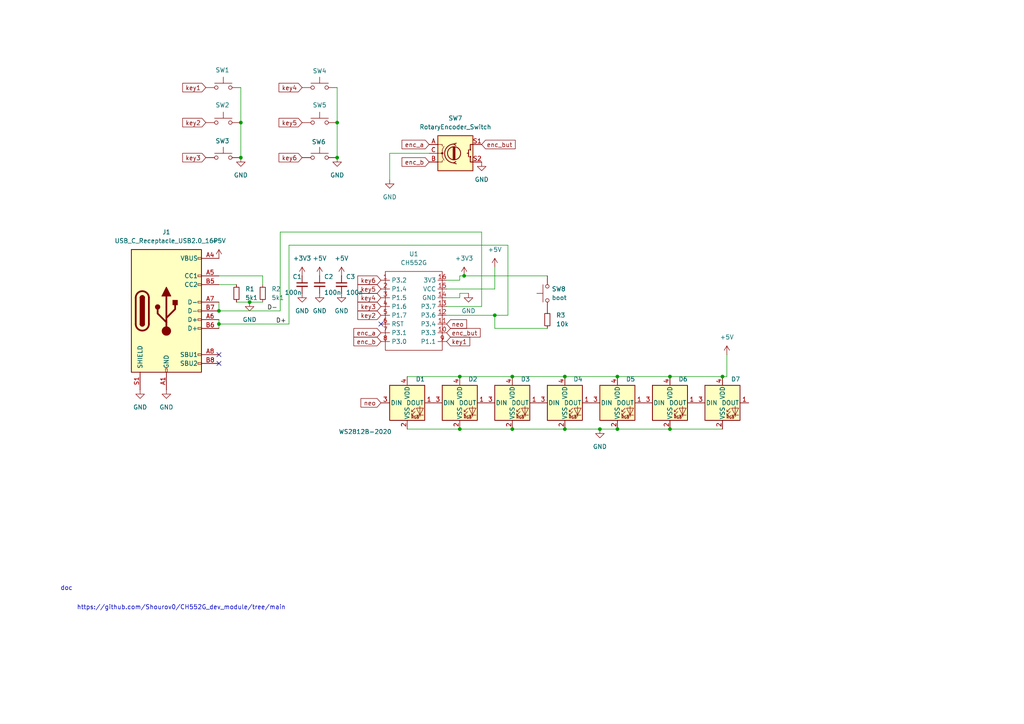
<source format=kicad_sch>
(kicad_sch (version 20231120) (generator "eeschema") (generator_version "8.0")
  (paper "A4")
  (title_block (title "Push-n-Turn 61 USB MIDI controller") (date "2025-02-14") (rev "1") (company "Concept & Code"))
  (lib_symbols
    (symbol "Connector:USB_C_Receptacle_USB2.0_16P" (pin_names (offset 1.016))
      (property "Reference" "J" (at 0 22.225 0))
      (property "Value" "USB_C_Receptacle_USB2.0_16P" (at 0 19.685 0))
      (symbol "USB_C_Receptacle_USB2.0_16P_0_0"
        (rectangle (start -0.254 -17.78) (end 0.254 -16.764))
        (rectangle (start 10.16 -14.986) (end 9.144 -15.494))
        (rectangle (start 10.16 -12.446) (end 9.144 -12.954))
        (rectangle (start 10.16 -4.826) (end 9.144 -5.334))
        (rectangle (start 10.16 -2.286) (end 9.144 -2.794))
        (rectangle (start 10.16 0.254) (end 9.144 -0.254))
        (rectangle (start 10.16 2.794) (end 9.144 2.286))
        (rectangle (start 10.16 7.874) (end 9.144 7.366))
        (rectangle (start 10.16 10.414) (end 9.144 9.906))
        (rectangle (start 10.16 15.494) (end 9.144 14.986))
      )
      (symbol "USB_C_Receptacle_USB2.0_16P_0_1"
        (rectangle (start -10.16 17.78) (end 10.16 -17.78) (stroke (width 0.254)) (fill (type background)))
        (arc (start -8.89 -3.81) (mid -6.985 -5.7067) (end -5.08 -3.81) (stroke (width 0.508)))
        (arc (start -7.62 -3.81) (mid -6.985 -4.4423) (end -6.35 -3.81) (stroke (width 0.254)))
        (arc (start -7.62 -3.81) (mid -6.985 -4.4423) (end -6.35 -3.81) (stroke (width 0.254)) (fill (type outline)))
        (rectangle (start -7.62 -3.81) (end -6.35 3.81) (stroke (width 0.254)) (fill (type outline)))
        (arc (start -6.35 3.81) (mid -6.985 4.4423) (end -7.62 3.81) (stroke (width 0.254)))
        (arc (start -6.35 3.81) (mid -6.985 4.4423) (end -7.62 3.81) (stroke (width 0.254)) (fill (type outline)))
        (arc (start -5.08 3.81) (mid -6.985 5.7067) (end -8.89 3.81) (stroke (width 0.508)))
        (circle (center -2.54 1.143) (radius 0.635) (stroke (width 0.254)) (fill (type outline)))
        (circle (center 0 -5.842) (radius 1.27) (fill (type outline)))
        (polyline (pts (xy -8.89 -3.81) (xy -8.89 3.81)) (stroke (width 0.508)))
        (polyline (pts (xy -5.08 3.81) (xy -5.08 -3.81)) (stroke (width 0.508)))
        (polyline (pts (xy 0 -5.842) (xy 0 4.318)) (stroke (width 0.508)))
        (polyline (pts (xy 0 -3.302) (xy -2.54 -0.762) (xy -2.54 0.508)) (stroke (width 0.508)))
        (polyline (pts (xy 0 -2.032) (xy 2.54 0.508) (xy 2.54 1.778)) (stroke (width 0.508)))
        (polyline (pts (xy -1.27 4.318) (xy 0 6.858) (xy 1.27 4.318) (xy -1.27 4.318)) (stroke (width 0.254)) (fill (type outline)))
        (rectangle (start 1.905 1.778) (end 3.175 3.048) (stroke (width 0.254)) (fill (type outline)))
      )
      (symbol "USB_C_Receptacle_USB2.0_16P_1_1"
        (pin passive line (at 0 -22.86 90) (length 5.08) (name "GND") (number "A1"))
        (pin passive line (at 0 -22.86 90) (length 5.08) hide (name "GND") (number "A12"))
        (pin passive line (at 15.24 15.24 180) (length 5.08) (name "VBUS") (number "A4"))
        (pin bidirectional line (at 15.24 10.16 180) (length 5.08) (name "CC1") (number "A5"))
        (pin bidirectional line (at 15.24 -2.54 180) (length 5.08) (name "D+") (number "A6"))
        (pin bidirectional line (at 15.24 2.54 180) (length 5.08) (name "D-") (number "A7"))
        (pin bidirectional line (at 15.24 -12.7 180) (length 5.08) (name "SBU1") (number "A8"))
        (pin passive line (at 15.24 15.24 180) (length 5.08) hide (name "VBUS") (number "A9"))
        (pin passive line (at 0 -22.86 90) (length 5.08) hide (name "GND") (number "B1"))
        (pin passive line (at 0 -22.86 90) (length 5.08) hide (name "GND") (number "B12"))
        (pin passive line (at 15.24 15.24 180) (length 5.08) hide (name "VBUS") (number "B4"))
        (pin bidirectional line (at 15.24 7.62 180) (length 5.08) (name "CC2") (number "B5"))
        (pin bidirectional line (at 15.24 -5.08 180) (length 5.08) (name "D+") (number "B6"))
        (pin bidirectional line (at 15.24 0 180) (length 5.08) (name "D-") (number "B7"))
        (pin bidirectional line (at 15.24 -15.24 180) (length 5.08) (name "SBU2") (number "B8"))
        (pin passive line (at 15.24 15.24 180) (length 5.08) hide (name "VBUS") (number "B9"))
        (pin passive line (at -7.62 -22.86 90) (length 5.08) (name "SHIELD") (number "S1"))
      )
    )
    (symbol "Device:C_Small" (pin_numbers hide) (pin_names (offset 0.254) hide)
      (property "Reference" "C" (at 0.254 1.778 0))
      (property "Value" "C_Small" (at 0.254 -2.032 0))
      (symbol "C_Small_0_1"
        (polyline (pts (xy -1.524 -0.508) (xy 1.524 -0.508)) (stroke (width 0.3302)))
        (polyline (pts (xy -1.524 0.508) (xy 1.524 0.508)) (stroke (width 0.3048)))
      )
      (symbol "C_Small_1_1"
        (pin passive line (at 0 2.54 270) (length 2.032) (name "~") (number "1"))
        (pin passive line (at 0 -2.54 90) (length 2.032) (name "~") (number "2"))
      )
    )
    (symbol "Device:R_Small" (pin_numbers hide) (pin_names (offset 0.254) hide)
      (property "Reference" "R" (at 0.762 0.508 0))
      (property "Value" "R_Small" (at 0.762 -1.016 0))
      (symbol "R_Small_0_1"
        (rectangle (start -0.762 1.778) (end 0.762 -1.778) (stroke (width 0.2032)))
      )
      (symbol "R_Small_1_1"
        (pin passive line (at 0 2.54 270) (length 0.762) (name "~") (number "1"))
        (pin passive line (at 0 -2.54 90) (length 0.762) (name "~") (number "2"))
      )
    )
    (symbol "Device:RotaryEncoder_Switch" (pin_names (offset 0.254) hide)
      (property "Reference" "SW" (at 0 6.604 0))
      (property "Value" "RotaryEncoder_Switch" (at 0 -6.604 0))
      (symbol "RotaryEncoder_Switch_0_1"
        (rectangle (start -5.08 5.08) (end 5.08 -5.08) (stroke (width 0.254)) (fill (type background)))
        (circle (center -3.81 0) (radius 0.254) (fill (type outline)))
        (circle (center -0.381 0) (radius 1.905) (stroke (width 0.254)))
        (arc (start -0.381 2.667) (mid -3.0988 -0.0635) (end -0.381 -2.794) (stroke (width 0.254)))
        (polyline (pts (xy -0.635 -1.778) (xy -0.635 1.778)) (stroke (width 0.254)))
        (polyline (pts (xy -0.381 -1.778) (xy -0.381 1.778)) (stroke (width 0.254)))
        (polyline (pts (xy -0.127 1.778) (xy -0.127 -1.778)) (stroke (width 0.254)))
        (polyline (pts (xy 3.81 0) (xy 3.429 0)) (stroke (width 0.254)))
        (polyline (pts (xy 3.81 1.016) (xy 3.81 -1.016)) (stroke (width 0.254)))
        (polyline (pts (xy -5.08 -2.54) (xy -3.81 -2.54) (xy -3.81 -2.032)))
        (polyline (pts (xy -5.08 2.54) (xy -3.81 2.54) (xy -3.81 2.032)))
        (polyline (pts (xy 0.254 -3.048) (xy -0.508 -2.794) (xy 0.127 -2.413)) (stroke (width 0.254)))
        (polyline (pts (xy 0.254 2.921) (xy -0.508 2.667) (xy 0.127 2.286)) (stroke (width 0.254)))
        (polyline (pts (xy 5.08 -2.54) (xy 4.318 -2.54) (xy 4.318 -1.016)) (stroke (width 0.254)))
        (polyline (pts (xy 5.08 2.54) (xy 4.318 2.54) (xy 4.318 1.016)) (stroke (width 0.254)))
        (polyline (pts (xy -5.08 0) (xy -3.81 0) (xy -3.81 -1.016) (xy -3.302 -2.032)))
        (polyline (pts (xy -4.318 0) (xy -3.81 0) (xy -3.81 1.016) (xy -3.302 2.032)))
        (circle (center 4.318 -1.016) (radius 0.127) (stroke (width 0.254)))
        (circle (center 4.318 1.016) (radius 0.127) (stroke (width 0.254)))
      )
      (symbol "RotaryEncoder_Switch_1_1"
        (pin passive line (at -7.62 2.54 0) (length 2.54) (name "A") (number "A"))
        (pin passive line (at -7.62 -2.54 0) (length 2.54) (name "B") (number "B"))
        (pin passive line (at -7.62 0 0) (length 2.54) (name "C") (number "C"))
        (pin passive line (at 7.62 2.54 180) (length 2.54) (name "S1") (number "S1"))
        (pin passive line (at 7.62 -2.54 180) (length 2.54) (name "S2") (number "S2"))
      )
    )
    (symbol "LED:WS2812B-2020" (pin_names (offset 0.254))
      (property "Reference" "D" (at 5.08 5.715 0))
      (property "Value" "WS2812B-2020" (at 1.27 -5.715 0))
      (symbol "WS2812B-2020_0_0"
        (text "RGB" (at 2.286 -4.191 0) (effects (font (size 0.762 0.762))))
      )
      (symbol "WS2812B-2020_0_1"
        (polyline (pts (xy 1.27 -3.556) (xy 1.778 -3.556)))
        (polyline (pts (xy 1.27 -2.54) (xy 1.778 -2.54)))
        (polyline (pts (xy 4.699 -3.556) (xy 2.667 -3.556)))
        (polyline (pts (xy 2.286 -2.54) (xy 1.27 -3.556) (xy 1.27 -3.048)))
        (polyline (pts (xy 2.286 -1.524) (xy 1.27 -2.54) (xy 1.27 -2.032)))
        (polyline (pts (xy 3.683 -1.016) (xy 3.683 -3.556) (xy 3.683 -4.064)))
        (polyline (pts (xy 4.699 -1.524) (xy 2.667 -1.524) (xy 3.683 -3.556) (xy 4.699 -1.524)))
        (rectangle (start 5.08 5.08) (end -5.08 -5.08) (stroke (width 0.254)) (fill (type background)))
      )
      (symbol "WS2812B-2020_1_1"
        (pin output line (at 7.62 0 180) (length 2.54) (name "DOUT") (number "1"))
        (pin power_in line (at 0 -7.62 90) (length 2.54) (name "VSS") (number "2"))
        (pin input line (at -7.62 0 0) (length 2.54) (name "DIN") (number "3"))
        (pin power_in line (at 0 7.62 270) (length 2.54) (name "VDD") (number "4"))
      )
    )
    (symbol "Switch:SW_Push" (pin_numbers hide) (pin_names (offset 1.016) hide)
      (property "Reference" "SW" (at 1.27 2.54 0))
      (property "Value" "SW_Push" (at 0 -1.524 0))
      (symbol "SW_Push_0_1"
        (circle (center -2.032 0) (radius 0.508))
        (polyline (pts (xy 0 1.27) (xy 0 3.048)))
        (polyline (pts (xy 2.54 1.27) (xy -2.54 1.27)))
        (circle (center 2.032 0) (radius 0.508))
        (pin passive line (at -5.08 0 0) (length 2.54) (name "1") (number "1"))
        (pin passive line (at 5.08 0 180) (length 2.54) (name "2") (number "2"))
      )
    )
    (symbol "ch552g:CH552G"
      (property "Reference" "U" (at 0 1.27 0))
      (property "Value" "CH552G" (at 0 -2.54 0))
      (symbol "CH552G_0_1"
        (rectangle (start -8.89 8.89) (end 7.62 -13.97))
      )
      (symbol "CH552G_1_1"
        (pin bidirectional line (at -10.16 6.35 0) (length 2.54) (name "P3.2") (number "1"))
        (pin bidirectional line (at 8.89 -8.89 180) (length 2.54) (name "P3.3") (number "10"))
        (pin bidirectional line (at 8.89 -6.35 180) (length 2.54) (name "P3.4") (number "11"))
        (pin bidirectional line (at 8.89 -3.81 180) (length 2.54) (name "P3.6") (number "12"))
        (pin bidirectional line (at 8.89 -1.27 180) (length 2.54) (name "P3.7") (number "13"))
        (pin bidirectional line (at 8.89 1.27 180) (length 2.54) (name "GND") (number "14"))
        (pin bidirectional line (at 8.89 3.81 180) (length 2.54) (name "VCC") (number "15"))
        (pin bidirectional line (at 8.89 6.35 180) (length 2.54) (name "3V3") (number "16"))
        (pin bidirectional line (at -10.16 3.81 0) (length 2.54) (name "P1.4") (number "2"))
        (pin bidirectional line (at -10.16 1.27 0) (length 2.54) (name "P1.5") (number "3"))
        (pin bidirectional line (at -10.16 -1.27 0) (length 2.54) (name "P1.6") (number "4"))
        (pin bidirectional line (at -10.16 -3.81 0) (length 2.54) (name "P1.7") (number "5"))
        (pin bidirectional line (at -10.16 -6.35 0) (length 2.54) (name "RST") (number "6"))
        (pin bidirectional line (at -10.16 -8.89 0) (length 2.54) (name "P3.1") (number "7"))
        (pin bidirectional line (at -10.16 -11.43 0) (length 2.54) (name "P3.0") (number "8"))
        (pin bidirectional line (at 8.89 -11.43 180) (length 2.54) (name "P1.1") (number "9"))
      )
    )
    (symbol "power:+3V3" (power) (pin_numbers hide) (pin_names (offset 0) hide)
      (property "Value" "+3V3" (at 0 3.556 0))
      (symbol "+3V3_0_1"
        (polyline (pts (xy -0.762 1.27) (xy 0 2.54)))
        (polyline (pts (xy 0 0) (xy 0 2.54)))
        (polyline (pts (xy 0 2.54) (xy 0.762 1.27)))
      )
      (symbol "+3V3_1_1"
        (pin power_in line (at 0 0 90) (length 0) (name "~") (number "1"))
      )
    )
    (symbol "power:+5V" (power) (pin_numbers hide) (pin_names (offset 0) hide)
      (property "Value" "+5V" (at 0 3.556 0))
      (symbol "+5V_0_1"
        (polyline (pts (xy -0.762 1.27) (xy 0 2.54)))
        (polyline (pts (xy 0 0) (xy 0 2.54)))
        (polyline (pts (xy 0 2.54) (xy 0.762 1.27)))
      )
      (symbol "+5V_1_1"
        (pin power_in line (at 0 0 90) (length 0) (name "~") (number "1"))
      )
    )
    (symbol "power:GND" (power) (pin_numbers hide) (pin_names (offset 0) hide)
      (property "Value" "GND" (at 0 -3.81 0))
      (symbol "GND_0_1"
        (polyline (pts (xy 0 0) (xy 0 -1.27) (xy 1.27 -1.27) (xy 0 -2.54) (xy -1.27 -1.27) (xy 0 -1.27)))
      )
      (symbol "GND_1_1"
        (pin power_in line (at 0 0 270) (length 0) (name "~") (number "1"))
      )
    )
  )
  (junction (at 133.35 124.46))
  (junction (at 63.5 90.17))
  (junction (at 72.39 87.63))
  (junction (at 69.85 45.72))
  (junction (at 133.35 109.22))
  (junction (at 163.83 109.22))
  (junction (at 97.79 45.72))
  (junction (at 209.55 109.22))
  (junction (at 194.31 124.46))
  (junction (at 173.99 124.46))
  (junction (at 148.59 109.22))
  (junction (at 179.07 124.46))
  (junction (at 194.31 109.22))
  (junction (at 63.5 93.98))
  (junction (at 97.79 35.56))
  (junction (at 148.59 124.46))
  (junction (at 134.62 80.01))
  (junction (at 179.07 109.22))
  (junction (at 163.83 124.46))
  (junction (at 69.85 35.56))
  (junction (at 143.51 91.44))
  (no_connect (at 63.5 102.87))
  (no_connect (at 63.5 105.41))
  (no_connect (at 110.49 93.98))
  (wire (pts (xy 143.51 95.25) (xy 143.51 91.44)))
  (wire (pts (xy 69.85 25.4) (xy 69.85 35.56)))
  (wire (pts (xy 68.58 87.63) (xy 72.39 87.63)))
  (wire (pts (xy 83.82 93.98) (xy 63.5 93.98)))
  (wire (pts (xy 81.28 90.17) (xy 81.28 67.31)))
  (wire (pts (xy 133.35 124.46) (xy 148.59 124.46)))
  (wire (pts (xy 63.5 92.71) (xy 63.5 93.98)))
  (wire (pts (xy 113.03 44.45) (xy 124.46 44.45)))
  (wire (pts (xy 210.82 102.87) (xy 210.82 109.22)))
  (wire (pts (xy 133.35 86.36) (xy 133.35 85.09)))
  (wire (pts (xy 63.5 90.17) (xy 81.28 90.17)))
  (wire (pts (xy 209.55 109.22) (xy 210.82 109.22)))
  (wire (pts (xy 139.7 88.9) (xy 129.54 88.9)))
  (wire (pts (xy 143.51 83.82) (xy 143.51 77.47)))
  (wire (pts (xy 72.39 87.63) (xy 76.2 87.63)))
  (wire (pts (xy 129.54 83.82) (xy 143.51 83.82)))
  (wire (pts (xy 97.79 25.4) (xy 97.79 35.56)))
  (wire (pts (xy 163.83 124.46) (xy 173.99 124.46)))
  (wire (pts (xy 147.32 91.44) (xy 147.32 71.12)))
  (wire (pts (xy 133.35 85.09) (xy 135.89 85.09)))
  (wire (pts (xy 179.07 124.46) (xy 194.31 124.46)))
  (wire (pts (xy 129.54 91.44) (xy 143.51 91.44)))
  (wire (pts (xy 133.35 80.01) (xy 133.35 81.28)))
  (wire (pts (xy 133.35 109.22) (xy 148.59 109.22)))
  (wire (pts (xy 129.54 86.36) (xy 133.35 86.36)))
  (wire (pts (xy 97.79 35.56) (xy 97.79 45.72)))
  (wire (pts (xy 118.11 124.46) (xy 133.35 124.46)))
  (wire (pts (xy 83.82 71.12) (xy 83.82 93.98)))
  (wire (pts (xy 158.75 95.25) (xy 143.51 95.25)))
  (wire (pts (xy 81.28 67.31) (xy 139.7 67.31)))
  (wire (pts (xy 134.62 80.01) (xy 133.35 80.01)))
  (wire (pts (xy 158.75 80.01) (xy 134.62 80.01)))
  (wire (pts (xy 179.07 109.22) (xy 194.31 109.22)))
  (wire (pts (xy 173.99 124.46) (xy 179.07 124.46)))
  (wire (pts (xy 63.5 82.55) (xy 68.58 82.55)))
  (wire (pts (xy 194.31 124.46) (xy 209.55 124.46)))
  (wire (pts (xy 113.03 44.45) (xy 113.03 52.07)))
  (wire (pts (xy 118.11 109.22) (xy 133.35 109.22)))
  (wire (pts (xy 147.32 71.12) (xy 83.82 71.12)))
  (wire (pts (xy 76.2 80.01) (xy 63.5 80.01)))
  (wire (pts (xy 139.7 67.31) (xy 139.7 88.9)))
  (wire (pts (xy 163.83 109.22) (xy 179.07 109.22)))
  (wire (pts (xy 148.59 109.22) (xy 163.83 109.22)))
  (wire (pts (xy 148.59 124.46) (xy 163.83 124.46)))
  (wire (pts (xy 194.31 109.22) (xy 209.55 109.22)))
  (wire (pts (xy 76.2 82.55) (xy 76.2 80.01)))
  (wire (pts (xy 63.5 87.63) (xy 63.5 90.17)))
  (wire (pts (xy 63.5 93.98) (xy 63.5 95.25)))
  (wire (pts (xy 133.35 81.28) (xy 129.54 81.28)))
  (wire (pts (xy 143.51 91.44) (xy 147.32 91.44)))
  (wire (pts (xy 69.85 35.56) (xy 69.85 45.72)))
  (text "https://github.com/Shourov0/CH552G_dev_module/tree/main" (at 52.578 176.276 0) (effects (font (size 1.27 1.27))))
  (text "doc\n" (at 19.304 170.688 0) (effects (font (size 1.27 1.27))))
  (label "D+" (at 80.01 93.98 0))
  (label "D-" (at 77.47 90.17 0))
  (global_label "enc_b" (shape input) (at 124.46 46.99 180) (property "Intersheetrefs" "${INTERSHEET_REFS}" (effects (hide yes))))
  (global_label "key3" (shape input) (at 59.69 45.72 180) (property "Intersheetrefs" "${INTERSHEET_REFS}" (effects (hide yes))))
  (global_label "enc_b" (shape input) (at 110.49 99.06 180) (property "Intersheetrefs" "${INTERSHEET_REFS}" (effects (hide yes))))
  (global_label "enc_a" (shape input) (at 110.49 96.52 180) (property "Intersheetrefs" "${INTERSHEET_REFS}" (effects (hide yes))))
  (global_label "key2" (shape input) (at 59.69 35.56 180) (property "Intersheetrefs" "${INTERSHEET_REFS}" (effects (hide yes))))
  (global_label "enc_but" (shape input) (at 139.7 41.91 0) (property "Intersheetrefs" "${INTERSHEET_REFS}" (effects (hide yes))))
  (global_label "key1" (shape input) (at 59.69 25.4 180) (property "Intersheetrefs" "${INTERSHEET_REFS}" (effects (hide yes))))
  (global_label "key6" (shape input) (at 110.49 81.28 180) (property "Intersheetrefs" "${INTERSHEET_REFS}" (effects (hide yes))))
  (global_label "key3" (shape input) (at 110.49 88.9 180) (property "Intersheetrefs" "${INTERSHEET_REFS}" (effects (hide yes))))
  (global_label "key4" (shape input) (at 87.63 25.4 180) (property "Intersheetrefs" "${INTERSHEET_REFS}" (effects (hide yes))))
  (global_label "neo" (shape input) (at 110.49 116.84 180) (property "Intersheetrefs" "${INTERSHEET_REFS}" (effects (hide yes))))
  (global_label "key5" (shape input) (at 87.63 35.56 180) (property "Intersheetrefs" "${INTERSHEET_REFS}" (effects (hide yes))))
  (global_label "key4" (shape input) (at 110.49 86.36 180) (property "Intersheetrefs" "${INTERSHEET_REFS}" (effects (hide yes))))
  (global_label "enc_but" (shape input) (at 129.54 96.52 0) (property "Intersheetrefs" "${INTERSHEET_REFS}" (effects (hide yes))))
  (global_label "key5" (shape input) (at 110.49 83.82 180) (property "Intersheetrefs" "${INTERSHEET_REFS}" (effects (hide yes))))
  (global_label "key6" (shape input) (at 87.63 45.72 180) (property "Intersheetrefs" "${INTERSHEET_REFS}" (effects (hide yes))))
  (global_label "neo" (shape input) (at 129.54 93.98 0) (property "Intersheetrefs" "${INTERSHEET_REFS}" (effects (hide yes))))
  (global_label "key2" (shape input) (at 110.49 91.44 180) (property "Intersheetrefs" "${INTERSHEET_REFS}" (effects (hide yes))))
  (global_label "key1" (shape input) (at 129.54 99.06 0) (property "Intersheetrefs" "${INTERSHEET_REFS}" (effects (hide yes))))
  (global_label "enc_a" (shape input) (at 124.46 41.91 180) (property "Intersheetrefs" "${INTERSHEET_REFS}" (effects (hide yes))))
  (symbol (lib_id "power:GND") (at 173.99 124.46 0) (unit 1)
    (property "Reference" "#PWR018" (effects (hide yes)))
    (property "Value" "GND" (at 173.99 129.54 0))
    (property "Description" "Power symbol creates a global label with name \"GND\" , ground" (effects (hide yes)))
  )
  (symbol (lib_id "power:+5V") (at 63.5 74.93 0) (unit 1)
    (property "Reference" "#PWR03" (effects (hide yes)))
    (property "Value" "+5V" (at 63.5 69.85 0))
    (property "Description" "Power symbol creates a global label with name \"+5V\"" (effects (hide yes)))
  )
  (symbol (lib_id "Switch:SW_Push") (at 92.71 25.4 0) (unit 1)
    (property "Reference" "SW4" (at 92.71 20.574 0))
    (property "Value" "key4" (effects (hide yes)))
    (property "Footprint" "Button_Switch_Keyboard:SW_RedDragon5.5m_Ali_1.00u" (effects (hide yes)))
    (property "Description" "Push button switch, generic, two pins" (effects (hide yes)))
  )
  (symbol (lib_id "Device:C_Small") (at 99.06 82.55 0) (unit 1)
    (property "Reference" "C3" (at 100.33 80.264 0) (effects (justify left)))
    (property "Value" "100n" (at 100.33 84.836 0) (effects (justify left)))
    (property "Footprint" "Capacitor_SMD:C_0805_2012Metric" (effects (hide yes)))
    (property "Description" "Unpolarized capacitor, small symbol" (effects (hide yes)))
  )
  (symbol (lib_id "power:GND") (at 92.71 85.09 0) (unit 1)
    (property "Reference" "#PWR09" (effects (hide yes)))
    (property "Value" "GND" (at 92.71 90.17 0))
    (property "Description" "Power symbol creates a global label with name \"GND\" , ground" (effects (hide yes)))
  )
  (symbol (lib_id "power:GND") (at 48.26 113.03 0) (unit 1)
    (property "Reference" "#PWR02" (effects (hide yes)))
    (property "Value" "GND" (at 48.26 118.11 0))
    (property "Description" "Power symbol creates a global label with name \"GND\" , ground" (effects (hide yes)))
  )
  (symbol (lib_id "power:GND") (at 113.03 52.07 0) (unit 1)
    (property "Reference" "#PWR013" (effects (hide yes)))
    (property "Value" "GND" (at 113.03 57.15 0))
    (property "Description" "Power symbol creates a global label with name \"GND\" , ground" (effects (hide yes)))
  )
  (symbol (lib_id "LED:WS2812B-2020") (at 163.83 116.84 0) (unit 1)
    (property "Reference" "D4" (at 167.64 109.982 0))
    (property "Value" "WS2812B-2020" (effects (hide yes)))
    (property "Footprint" "LED_SMD:LED_WS2812B-2020_PLCC4_2.0x2.0mm" (effects (hide yes)))
    (property "Datasheet" "https://cdn-shop.adafruit.com/product-files/4684/4684_WS2812B-2020_V1.3_EN.pdf" (effects (hide yes)))
    (property "Description" "RGB LED with integrated controller, 2.0 x 2.0 mm, 12 mA" (effects (hide yes)))
  )
  (symbol (lib_id "Connector:USB_C_Receptacle_USB2.0_16P") (at 48.26 90.17 0) (unit 1)
    (property "Reference" "J1" (at 48.26 67.31 0))
    (property "Value" "USB_C_Receptacle_USB2.0_16P" (at 48.26 69.85 0))
    (property "Footprint" "Connector_USB:USB_C_Receptacle_GCT_USB4105-xx-A_16P_TopMnt_Horizontal" (effects (hide yes)))
    (property "Datasheet" "https://www.usb.org/sites/default/files/documents/usb_type-c.zip" (effects (hide yes)))
    (property "Description" "USB 2.0-only 16P Type-C Receptacle connector" (effects (hide yes)))
  )
  (symbol (lib_id "LED:WS2812B-2020") (at 118.11 116.84 0) (unit 1)
    (property "Reference" "D1" (at 121.92 109.982 0))
    (property "Value" "WS2812B-2020" (at 105.918 125.222 0))
    (property "Footprint" "LED_SMD:LED_WS2812B-2020_PLCC4_2.0x2.0mm" (effects (hide yes)))
    (property "Datasheet" "https://cdn-shop.adafruit.com/product-files/4684/4684_WS2812B-2020_V1.3_EN.pdf" (effects (hide yes)))
    (property "Description" "RGB LED with integrated controller, 2.0 x 2.0 mm, 12 mA" (effects (hide yes)))
  )
  (symbol (lib_id "power:+5V") (at 92.71 80.01 0) (unit 1)
    (property "Reference" "#PWR08" (effects (hide yes)))
    (property "Value" "+5V" (at 92.71 74.93 0))
    (property "Description" "Power symbol creates a global label with name \"+5V\"" (effects (hide yes)))
  )
  (symbol (lib_id "Switch:SW_Push") (at 92.71 35.56 0) (unit 1)
    (property "Reference" "SW5" (at 92.71 30.48 0))
    (property "Value" "key5" (effects (hide yes)))
    (property "Footprint" "Button_Switch_Keyboard:SW_RedDragon5.5m_Ali_1.00u" (effects (hide yes)))
    (property "Description" "Push button switch, generic, two pins" (effects (hide yes)))
  )
  (symbol (lib_id "power:GND") (at 69.85 45.72 0) (unit 1)
    (property "Reference" "#PWR04" (effects (hide yes)))
    (property "Value" "GND" (at 69.85 50.8 0))
    (property "Description" "Power symbol creates a global label with name \"GND\" , ground" (effects (hide yes)))
  )
  (symbol (lib_id "ch552g:CH552G") (at 120.65 87.63 0) (unit 1)
    (property "Reference" "U1" (at 120.015 73.66 0))
    (property "Value" "CH552G" (at 120.015 76.2 0))
    (property "Footprint" "Package_SO:SOP-16_4.4x10.4mm_P1.27mm" (effects (hide yes)))
    (property "Datasheet" "https://github.com/WeActStudio/WeActStudio.CH552CoreBoard/blob/master/Datasheet/CH552DS1_en.PDF" (effects (hide yes)))
  )
  (symbol (lib_id "power:GND") (at 87.63 85.09 0) (unit 1)
    (property "Reference" "#PWR07" (effects (hide yes)))
    (property "Value" "GND" (at 87.63 90.17 0))
    (property "Description" "Power symbol creates a global label with name \"GND\" , ground" (effects (hide yes)))
  )
  (symbol (lib_id "Switch:SW_Push") (at 92.71 45.72 0) (unit 1)
    (property "Reference" "SW6" (at 92.456 41.148 0))
    (property "Value" "key3" (effects (hide yes)))
    (property "Footprint" "Button_Switch_Keyboard:SW_RedDragon5.5m_Ali_1.00u" (effects (hide yes)))
    (property "Description" "Push button switch, generic, two pins" (effects (hide yes)))
  )
  (symbol (lib_id "power:GND") (at 139.7 46.99 0) (unit 1)
    (property "Reference" "#PWR016" (effects (hide yes)))
    (property "Value" "GND" (at 139.7 52.07 0))
    (property "Description" "Power symbol creates a global label with name \"GND\" , ground" (effects (hide yes)))
  )
  (symbol (lib_id "Device:C_Small") (at 87.63 82.55 0) (unit 1)
    (property "Reference" "C1" (at 84.836 80.264 0) (effects (justify left)))
    (property "Value" "100n" (at 82.55 84.836 0) (effects (justify left)))
    (property "Footprint" "Capacitor_SMD:C_0805_2012Metric" (effects (hide yes)))
    (property "Description" "Unpolarized capacitor, small symbol" (effects (hide yes)))
  )
  (symbol (lib_id "Switch:SW_Push") (at 64.77 25.4 0) (unit 1)
    (property "Reference" "SW1" (at 64.516 20.32 0))
    (property "Value" "key1" (effects (hide yes)))
    (property "Footprint" "Button_Switch_Keyboard:SW_RedDragon5.5m_Ali_1.00u" (effects (hide yes)))
    (property "Description" "Push button switch, generic, two pins" (effects (hide yes)))
  )
  (symbol (lib_id "LED:WS2812B-2020") (at 133.35 116.84 0) (unit 1)
    (property "Reference" "D2" (at 137.16 109.982 0))
    (property "Value" "WS2812B-2020" (effects (hide yes)))
    (property "Footprint" "LED_SMD:LED_WS2812B-2020_PLCC4_2.0x2.0mm" (effects (hide yes)))
    (property "Datasheet" "https://cdn-shop.adafruit.com/product-files/4684/4684_WS2812B-2020_V1.3_EN.pdf" (effects (hide yes)))
    (property "Description" "RGB LED with integrated controller, 2.0 x 2.0 mm, 12 mA" (effects (hide yes)))
  )
  (symbol (lib_id "Device:R_Small") (at 76.2 85.09 0) (unit 1)
    (property "Reference" "R2" (at 78.74 83.8199 0) (effects (justify left)))
    (property "Value" "5k1" (at 78.74 86.3599 0) (effects (justify left)))
    (property "Footprint" "Resistor_SMD:R_0805_2012Metric" (effects (hide yes)))
    (property "Description" "Resistor, small symbol" (effects (hide yes)))
  )
  (symbol (lib_id "Device:R_Small") (at 68.58 85.09 0) (unit 1)
    (property "Reference" "R1" (at 71.12 83.8199 0) (effects (justify left)))
    (property "Value" "5k1" (at 71.12 86.3599 0) (effects (justify left)))
    (property "Footprint" "Resistor_SMD:R_0805_2012Metric" (effects (hide yes)))
    (property "Description" "Resistor, small symbol" (effects (hide yes)))
  )
  (symbol (lib_id "power:+5V") (at 210.82 102.87 0) (unit 1)
    (property "Reference" "#PWR019" (effects (hide yes)))
    (property "Value" "+5V" (at 210.82 97.79 0))
    (property "Description" "Power symbol creates a global label with name \"+5V\"" (effects (hide yes)))
  )
  (symbol (lib_id "power:GND") (at 99.06 85.09 0) (unit 1)
    (property "Reference" "#PWR012" (effects (hide yes)))
    (property "Value" "GND" (at 99.06 90.17 0))
    (property "Description" "Power symbol creates a global label with name \"GND\" , ground" (effects (hide yes)))
  )
  (symbol (lib_id "power:+3V3") (at 87.63 80.01 0) (unit 1)
    (property "Reference" "#PWR06" (effects (hide yes)))
    (property "Value" "+3V3" (at 87.63 74.93 0))
    (property "Description" "Power symbol creates a global label with name \"+3V3\"" (effects (hide yes)))
  )
  (symbol (lib_id "power:GND") (at 40.64 113.03 0) (unit 1)
    (property "Reference" "#PWR01" (effects (hide yes)))
    (property "Value" "GND" (at 40.64 118.11 0))
    (property "Description" "Power symbol creates a global label with name \"GND\" , ground" (effects (hide yes)))
  )
  (symbol (lib_id "power:GND") (at 135.89 85.09 0) (unit 1)
    (property "Reference" "#PWR015" (effects (hide yes)))
    (property "Value" "GND" (at 135.89 90.17 0))
    (property "Description" "Power symbol creates a global label with name \"GND\" , ground" (effects (hide yes)))
  )
  (symbol (lib_id "power:GND") (at 72.39 87.63 0) (unit 1)
    (property "Reference" "#PWR05" (effects (hide yes)))
    (property "Value" "GND" (at 72.39 92.71 0))
    (property "Description" "Power symbol creates a global label with name \"GND\" , ground" (effects (hide yes)))
  )
  (symbol (lib_id "power:+5V") (at 143.51 77.47 0) (unit 1)
    (property "Reference" "#PWR017" (effects (hide yes)))
    (property "Value" "+5V" (at 143.51 72.39 0))
    (property "Description" "Power symbol creates a global label with name \"+5V\"" (effects (hide yes)))
  )
  (symbol (lib_id "Switch:SW_Push") (at 158.75 85.09 90) (unit 1)
    (property "Reference" "SW8" (at 160.02 83.8199 90) (effects (justify right)))
    (property "Value" "boot" (at 160.02 86.3599 90) (effects (justify right)))
    (property "Footprint" "Button_Switch_SMD:SW_Push_SPST_NO_Alps_SKRK" (effects (hide yes)))
    (property "Description" "Push button switch, generic, two pins" (effects (hide yes)))
  )
  (symbol (lib_id "LED:WS2812B-2020") (at 179.07 116.84 0) (unit 1)
    (property "Reference" "D5" (at 182.88 109.982 0))
    (property "Value" "WS2812B-2020" (effects (hide yes)))
    (property "Footprint" "LED_SMD:LED_WS2812B-2020_PLCC4_2.0x2.0mm" (effects (hide yes)))
    (property "Datasheet" "https://cdn-shop.adafruit.com/product-files/4684/4684_WS2812B-2020_V1.3_EN.pdf" (effects (hide yes)))
    (property "Description" "RGB LED with integrated controller, 2.0 x 2.0 mm, 12 mA" (effects (hide yes)))
  )
  (symbol (lib_id "Switch:SW_Push") (at 64.77 45.72 0) (unit 1)
    (property "Reference" "SW3" (at 64.516 40.894 0))
    (property "Value" "key3" (effects (hide yes)))
    (property "Footprint" "Button_Switch_Keyboard:SW_RedDragon5.5m_Ali_1.00u" (effects (hide yes)))
    (property "Description" "Push button switch, generic, two pins" (effects (hide yes)))
  )
  (symbol (lib_id "power:+3V3") (at 134.62 80.01 0) (unit 1)
    (property "Reference" "#PWR014" (effects (hide yes)))
    (property "Value" "+3V3" (at 134.62 74.93 0))
    (property "Description" "Power symbol creates a global label with name \"+3V3\"" (effects (hide yes)))
  )
  (symbol (lib_id "power:+5V") (at 99.06 80.01 0) (unit 1)
    (property "Reference" "#PWR011" (effects (hide yes)))
    (property "Value" "+5V" (at 99.06 74.93 0))
    (property "Description" "Power symbol creates a global label with name \"+5V\"" (effects (hide yes)))
  )
  (symbol (lib_id "LED:WS2812B-2020") (at 148.59 116.84 0) (unit 1)
    (property "Reference" "D3" (at 152.4 109.982 0))
    (property "Value" "WS2812B-2020" (effects (hide yes)))
    (property "Footprint" "LED_SMD:LED_WS2812B-2020_PLCC4_2.0x2.0mm" (effects (hide yes)))
    (property "Datasheet" "https://cdn-shop.adafruit.com/product-files/4684/4684_WS2812B-2020_V1.3_EN.pdf" (effects (hide yes)))
    (property "Description" "RGB LED with integrated controller, 2.0 x 2.0 mm, 12 mA" (effects (hide yes)))
  )
  (symbol (lib_id "LED:WS2812B-2020") (at 194.31 116.84 0) (unit 1)
    (property "Reference" "D6" (at 198.12 109.982 0))
    (property "Value" "WS2812B-2020" (effects (hide yes)))
    (property "Footprint" "LED_SMD:LED_WS2812B-2020_PLCC4_2.0x2.0mm" (effects (hide yes)))
    (property "Datasheet" "https://cdn-shop.adafruit.com/product-files/4684/4684_WS2812B-2020_V1.3_EN.pdf" (effects (hide yes)))
    (property "Description" "RGB LED with integrated controller, 2.0 x 2.0 mm, 12 mA" (effects (hide yes)))
  )
  (symbol (lib_id "Device:C_Small") (at 92.71 82.55 0) (unit 1)
    (property "Reference" "C2" (at 93.98 80.264 0) (effects (justify left)))
    (property "Value" "100n" (at 93.98 84.836 0) (effects (justify left)))
    (property "Footprint" "Capacitor_SMD:C_0805_2012Metric" (effects (hide yes)))
    (property "Description" "Unpolarized capacitor, small symbol" (effects (hide yes)))
  )
  (symbol (lib_id "Device:RotaryEncoder_Switch") (at 132.08 44.45 0) (unit 1)
    (property "Reference" "SW7" (at 132.08 34.29 0))
    (property "Value" "RotaryEncoder_Switch" (at 132.08 36.83 0))
    (property "Footprint" "Rotary_Encoder:RotaryEncoder_Alps_EC11E_Vertical_H20mm" (effects (hide yes)))
    (property "Description" "Rotary encoder, dual channel, incremental quadrate outputs, with switch" (effects (hide yes)))
  )
  (symbol (lib_id "power:GND") (at 97.79 45.72 0) (unit 1)
    (property "Reference" "#PWR010" (effects (hide yes)))
    (property "Value" "GND" (at 97.79 50.8 0))
    (property "Description" "Power symbol creates a global label with name \"GND\" , ground" (effects (hide yes)))
  )
  (symbol (lib_id "Switch:SW_Push") (at 64.77 35.56 0) (unit 1)
    (property "Reference" "SW2" (at 64.516 30.48 0))
    (property "Value" "key2" (effects (hide yes)))
    (property "Footprint" "Button_Switch_Keyboard:SW_RedDragon5.5m_Ali_1.00u" (effects (hide yes)))
    (property "Description" "Push button switch, generic, two pins" (effects (hide yes)))
  )
  (symbol (lib_id "Device:R_Small") (at 158.75 92.71 0) (unit 1)
    (property "Reference" "R3" (at 161.29 91.4399 0) (effects (justify left)))
    (property "Value" "10k" (at 161.29 93.9799 0) (effects (justify left)))
    (property "Footprint" "Resistor_SMD:R_0805_2012Metric" (effects (hide yes)))
    (property "Description" "Resistor, small symbol" (effects (hide yes)))
  )
  (symbol (lib_id "LED:WS2812B-2020") (at 209.55 116.84 0) (unit 1)
    (property "Reference" "D7" (at 213.36 109.982 0))
    (property "Value" "WS2812B-2020" (effects (hide yes)))
    (property "Footprint" "LED_SMD:LED_WS2812B-2020_PLCC4_2.0x2.0mm" (effects (hide yes)))
    (property "Datasheet" "https://cdn-shop.adafruit.com/product-files/4684/4684_WS2812B-2020_V1.3_EN.pdf" (effects (hide yes)))
    (property "Description" "RGB LED with integrated controller, 2.0 x 2.0 mm, 12 mA" (effects (hide yes)))
  )
)
</source>
